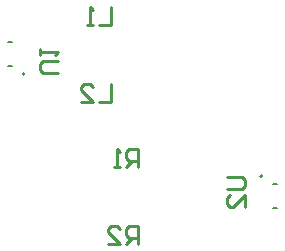
<source format=gbo>
G04*
G04 #@! TF.GenerationSoftware,Altium Limited,Altium Designer,22.8.2 (66)*
G04*
G04 Layer_Color=32896*
%FSLAX44Y44*%
%MOMM*%
G71*
G04*
G04 #@! TF.SameCoordinates,03C31CE9-7C2E-41FB-898D-559C101E88B0*
G04*
G04*
G04 #@! TF.FilePolarity,Positive*
G04*
G01*
G75*
%ADD18C,0.2000*%
%ADD19C,0.1270*%
%ADD20C,0.2540*%
D18*
X99500Y306060D02*
G03*
X99500Y306060I-1000J0D01*
G01*
X300560Y219660D02*
G03*
X300560Y219660I-1000J0D01*
G01*
D19*
X84800Y313060D02*
X88200D01*
X84800Y333060D02*
X88200D01*
X309860Y212660D02*
X313260D01*
X309860Y192660D02*
X313260D01*
D20*
X194960Y162540D02*
Y177775D01*
X187342D01*
X184803Y175236D01*
Y170158D01*
X187342Y167618D01*
X194960D01*
X189882D02*
X184803Y162540D01*
X169568D02*
X179725D01*
X169568Y172697D01*
Y175236D01*
X172107Y177775D01*
X177186D01*
X179725Y175236D01*
X194960Y227540D02*
Y242775D01*
X187342D01*
X184803Y240236D01*
Y235158D01*
X187342Y232618D01*
X194960D01*
X189882D02*
X184803Y227540D01*
X179725D02*
X174647D01*
X177186D01*
Y242775D01*
X179725Y240236D01*
X172460Y297775D02*
Y282540D01*
X162303D01*
X147068D02*
X157225D01*
X147068Y292697D01*
Y295236D01*
X149607Y297775D01*
X154686D01*
X157225Y295236D01*
X172460Y362775D02*
Y347540D01*
X162303D01*
X157225D02*
X152147D01*
X154686D01*
Y362775D01*
X157225Y360236D01*
X270544Y219043D02*
X283240D01*
X285779Y216504D01*
Y211425D01*
X283240Y208886D01*
X270544D01*
X285779Y193651D02*
Y203808D01*
X275622Y193651D01*
X273083D01*
X270544Y196190D01*
Y201269D01*
X273083Y203808D01*
X127516Y306677D02*
X114820D01*
X112281Y309216D01*
Y314294D01*
X114820Y316834D01*
X127516D01*
X112281Y321912D02*
Y326990D01*
Y324451D01*
X127516D01*
X124977Y321912D01*
M02*

</source>
